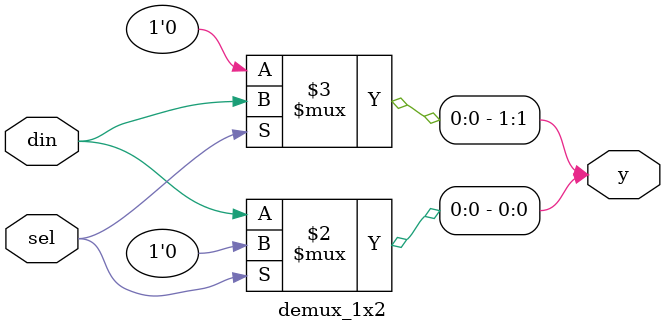
<source format=v>
`timescale 1ns / 1ps

module demux_1x2(
    input wire sel,din,
    output reg [1:0]y
    );
    always@(*)
    begin
    y[0] = (sel)? 1'b0:din;
    y[1] = (sel)? din:1'b0;
    end
endmodule

</source>
